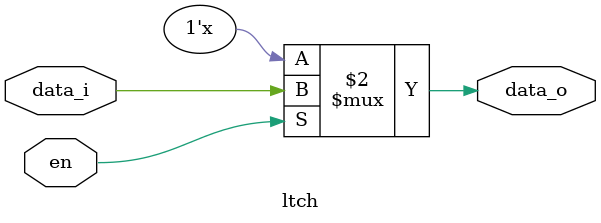
<source format=v>
module ltch #(
    parameter DW = 1,
    parameter LTCH_NAME = "ltch"
) (
    input en,
    input [DW-1:0] data_i,
    output reg [DW-1:0] data_o
);
/* verilator lint_off COMBDLY*/
/* verilator lint_off LATCH*/
    always @ * begin
        if (en) data_o <= data_i;
    end
/* verilator lint_on LATCH*/
/* verilator lint_on COMBDLY*/
`ifdef PLATFORM_SIM
    xchecker_logic #(
        .DW         (1),
        .SIGNAL_NAME    ({"en of ", LTCH_NAME})
    )xchecker_en(
        .data_i          (en)
    );
`endif

endmodule


</source>
